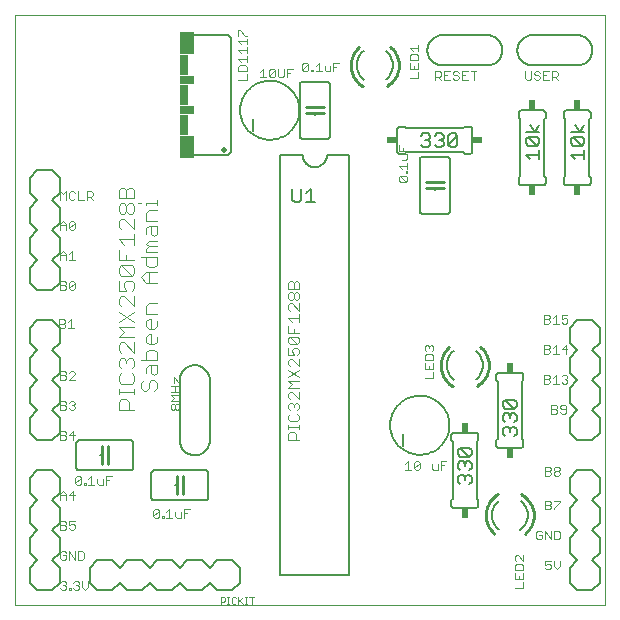
<source format=gto>
G75*
G70*
%OFA0B0*%
%FSLAX24Y24*%
%IPPOS*%
%LPD*%
%AMOC8*
5,1,8,0,0,1.08239X$1,22.5*
%
%ADD10C,0.0000*%
%ADD11C,0.0030*%
%ADD12C,0.0040*%
%ADD13C,0.0060*%
%ADD14C,0.0050*%
%ADD15R,0.0240X0.0340*%
%ADD16R,0.0340X0.0240*%
%ADD17C,0.0080*%
%ADD18C,0.0200*%
%ADD19R,0.0500X0.0750*%
%ADD20R,0.0300X0.0700*%
%ADD21R,0.0500X0.0300*%
%ADD22C,0.0100*%
%ADD23C,0.0020*%
D10*
X000181Y000181D02*
X000181Y019866D01*
X019866Y019866D01*
X019866Y000181D01*
X000181Y000181D01*
D11*
X001696Y000745D02*
X001745Y000696D01*
X001842Y000696D01*
X001890Y000745D01*
X001890Y000793D01*
X001842Y000842D01*
X001793Y000842D01*
X001842Y000842D02*
X001890Y000890D01*
X001890Y000938D01*
X001842Y000987D01*
X001745Y000987D01*
X001696Y000938D01*
X001991Y000745D02*
X002039Y000745D01*
X002039Y000696D01*
X001991Y000696D01*
X001991Y000745D01*
X002138Y000745D02*
X002187Y000696D01*
X002284Y000696D01*
X002332Y000745D01*
X002332Y000793D01*
X002284Y000842D01*
X002235Y000842D01*
X002284Y000842D02*
X002332Y000890D01*
X002332Y000938D01*
X002284Y000987D01*
X002187Y000987D01*
X002138Y000938D01*
X002433Y000987D02*
X002433Y000793D01*
X002530Y000696D01*
X002626Y000793D01*
X002626Y000987D01*
X002431Y001696D02*
X002286Y001696D01*
X002286Y001987D01*
X002431Y001987D01*
X002479Y001938D01*
X002479Y001745D01*
X002431Y001696D01*
X002185Y001696D02*
X002185Y001987D01*
X001991Y001987D02*
X001991Y001696D01*
X001890Y001745D02*
X001890Y001842D01*
X001793Y001842D01*
X001696Y001938D02*
X001696Y001745D01*
X001745Y001696D01*
X001842Y001696D01*
X001890Y001745D01*
X001890Y001938D02*
X001842Y001987D01*
X001745Y001987D01*
X001696Y001938D01*
X001991Y001987D02*
X002185Y001696D01*
X002136Y002696D02*
X002039Y002696D01*
X001991Y002745D01*
X001991Y002842D02*
X002088Y002890D01*
X002136Y002890D01*
X002185Y002842D01*
X002185Y002745D01*
X002136Y002696D01*
X001991Y002842D02*
X001991Y002987D01*
X002185Y002987D01*
X001890Y002938D02*
X001890Y002890D01*
X001842Y002842D01*
X001696Y002842D01*
X001696Y002987D02*
X001842Y002987D01*
X001890Y002938D01*
X001842Y002842D02*
X001890Y002793D01*
X001890Y002745D01*
X001842Y002696D01*
X001696Y002696D01*
X001696Y002987D01*
X001696Y003696D02*
X001696Y003890D01*
X001793Y003987D01*
X001890Y003890D01*
X001890Y003696D01*
X001890Y003842D02*
X001696Y003842D01*
X001991Y003842D02*
X002185Y003842D01*
X002136Y003987D02*
X001991Y003842D01*
X002136Y003696D02*
X002136Y003987D01*
X002245Y004196D02*
X002196Y004245D01*
X002390Y004438D01*
X002390Y004245D01*
X002342Y004196D01*
X002245Y004196D01*
X002196Y004245D02*
X002196Y004438D01*
X002245Y004487D01*
X002342Y004487D01*
X002390Y004438D01*
X002491Y004245D02*
X002539Y004245D01*
X002539Y004196D01*
X002491Y004196D01*
X002491Y004245D01*
X002638Y004196D02*
X002832Y004196D01*
X002735Y004196D02*
X002735Y004487D01*
X002638Y004390D01*
X002933Y004390D02*
X002933Y004245D01*
X002981Y004196D01*
X003126Y004196D01*
X003126Y004390D01*
X003228Y004342D02*
X003324Y004342D01*
X003228Y004487D02*
X003228Y004196D01*
X003228Y004487D02*
X003421Y004487D01*
X002136Y005696D02*
X002136Y005987D01*
X001991Y005842D01*
X002185Y005842D01*
X001890Y005890D02*
X001842Y005842D01*
X001696Y005842D01*
X001696Y005987D02*
X001842Y005987D01*
X001890Y005938D01*
X001890Y005890D01*
X001842Y005842D02*
X001890Y005793D01*
X001890Y005745D01*
X001842Y005696D01*
X001696Y005696D01*
X001696Y005987D01*
X001696Y006696D02*
X001842Y006696D01*
X001890Y006745D01*
X001890Y006793D01*
X001842Y006842D01*
X001696Y006842D01*
X001696Y006987D02*
X001842Y006987D01*
X001890Y006938D01*
X001890Y006890D01*
X001842Y006842D01*
X001991Y006938D02*
X002039Y006987D01*
X002136Y006987D01*
X002185Y006938D01*
X002185Y006890D01*
X002136Y006842D01*
X002185Y006793D01*
X002185Y006745D01*
X002136Y006696D01*
X002039Y006696D01*
X001991Y006745D01*
X002088Y006842D02*
X002136Y006842D01*
X001696Y006696D02*
X001696Y006987D01*
X001696Y007696D02*
X001842Y007696D01*
X001890Y007745D01*
X001890Y007793D01*
X001842Y007842D01*
X001696Y007842D01*
X001696Y007987D02*
X001842Y007987D01*
X001890Y007938D01*
X001890Y007890D01*
X001842Y007842D01*
X001991Y007938D02*
X002039Y007987D01*
X002136Y007987D01*
X002185Y007938D01*
X002185Y007890D01*
X001991Y007696D01*
X002185Y007696D01*
X001696Y007696D02*
X001696Y007987D01*
X001666Y009416D02*
X001812Y009416D01*
X001860Y009465D01*
X001860Y009513D01*
X001812Y009562D01*
X001666Y009562D01*
X001666Y009707D02*
X001666Y009416D01*
X001812Y009562D02*
X001860Y009610D01*
X001860Y009658D01*
X001812Y009707D01*
X001666Y009707D01*
X001961Y009610D02*
X002058Y009707D01*
X002058Y009416D01*
X001961Y009416D02*
X002155Y009416D01*
X002136Y010696D02*
X002039Y010696D01*
X001991Y010745D01*
X002185Y010938D01*
X002185Y010745D01*
X002136Y010696D01*
X001991Y010745D02*
X001991Y010938D01*
X002039Y010987D01*
X002136Y010987D01*
X002185Y010938D01*
X001890Y010938D02*
X001842Y010987D01*
X001696Y010987D01*
X001696Y010696D01*
X001842Y010696D01*
X001890Y010745D01*
X001890Y010793D01*
X001842Y010842D01*
X001696Y010842D01*
X001842Y010842D02*
X001890Y010890D01*
X001890Y010938D01*
X001890Y011696D02*
X001890Y011890D01*
X001793Y011987D01*
X001696Y011890D01*
X001696Y011696D01*
X001696Y011842D02*
X001890Y011842D01*
X001991Y011890D02*
X002088Y011987D01*
X002088Y011696D01*
X001991Y011696D02*
X002185Y011696D01*
X002136Y012696D02*
X002039Y012696D01*
X001991Y012745D01*
X002185Y012938D01*
X002185Y012745D01*
X002136Y012696D01*
X001991Y012745D02*
X001991Y012938D01*
X002039Y012987D01*
X002136Y012987D01*
X002185Y012938D01*
X001890Y012890D02*
X001890Y012696D01*
X001890Y012842D02*
X001696Y012842D01*
X001696Y012890D02*
X001793Y012987D01*
X001890Y012890D01*
X001696Y012890D02*
X001696Y012696D01*
X001696Y013696D02*
X001696Y013987D01*
X001793Y013890D01*
X001890Y013987D01*
X001890Y013696D01*
X001991Y013745D02*
X002039Y013696D01*
X002136Y013696D01*
X002185Y013745D01*
X002286Y013696D02*
X002479Y013696D01*
X002580Y013696D02*
X002580Y013987D01*
X002725Y013987D01*
X002774Y013938D01*
X002774Y013842D01*
X002725Y013793D01*
X002580Y013793D01*
X002677Y013793D02*
X002774Y013696D01*
X002286Y013696D02*
X002286Y013987D01*
X002185Y013938D02*
X002136Y013987D01*
X002039Y013987D01*
X001991Y013938D01*
X001991Y013745D01*
X007626Y017696D02*
X007916Y017696D01*
X007916Y017890D01*
X007916Y017991D02*
X007626Y017991D01*
X007626Y018136D01*
X007675Y018185D01*
X007868Y018185D01*
X007916Y018136D01*
X007916Y017991D01*
X007916Y018286D02*
X007916Y018479D01*
X007916Y018382D02*
X007626Y018382D01*
X007723Y018286D01*
X007723Y018580D02*
X007626Y018677D01*
X007916Y018677D01*
X007916Y018580D02*
X007916Y018774D01*
X007916Y018875D02*
X007916Y019068D01*
X007916Y018972D02*
X007626Y018972D01*
X007723Y018875D01*
X007626Y019170D02*
X007626Y019363D01*
X007675Y019363D01*
X007868Y019170D01*
X007916Y019170D01*
X008465Y018067D02*
X008465Y017776D01*
X008561Y017776D02*
X008368Y017776D01*
X008368Y017970D02*
X008465Y018067D01*
X008662Y018018D02*
X008662Y017825D01*
X008856Y018018D01*
X008856Y017825D01*
X008808Y017776D01*
X008711Y017776D01*
X008662Y017825D01*
X008662Y018018D02*
X008711Y018067D01*
X008808Y018067D01*
X008856Y018018D01*
X008957Y018067D02*
X008957Y017825D01*
X009005Y017776D01*
X009102Y017776D01*
X009151Y017825D01*
X009151Y018067D01*
X009252Y018067D02*
X009252Y017776D01*
X009252Y017922D02*
X009349Y017922D01*
X009445Y018067D02*
X009252Y018067D01*
X009771Y018025D02*
X009964Y018218D01*
X009964Y018025D01*
X009916Y017976D01*
X009819Y017976D01*
X009771Y018025D01*
X009771Y018218D01*
X009819Y018267D01*
X009916Y018267D01*
X009964Y018218D01*
X010065Y018025D02*
X010114Y018025D01*
X010114Y017976D01*
X010065Y017976D01*
X010065Y018025D01*
X010212Y017976D02*
X010406Y017976D01*
X010309Y017976D02*
X010309Y018267D01*
X010212Y018170D01*
X010507Y018170D02*
X010507Y018025D01*
X010555Y017976D01*
X010701Y017976D01*
X010701Y018170D01*
X010802Y018122D02*
X010899Y018122D01*
X010995Y018267D02*
X010802Y018267D01*
X010802Y017976D01*
X013346Y018062D02*
X013636Y018062D01*
X013636Y018256D01*
X013636Y018357D02*
X013636Y018502D01*
X013588Y018551D01*
X013395Y018551D01*
X013346Y018502D01*
X013346Y018357D01*
X013636Y018357D01*
X013491Y018159D02*
X013491Y018062D01*
X013346Y018062D02*
X013346Y018256D01*
X013443Y018652D02*
X013346Y018749D01*
X013636Y018749D01*
X013636Y018845D02*
X013636Y018652D01*
X014196Y017987D02*
X014342Y017987D01*
X014390Y017938D01*
X014390Y017842D01*
X014342Y017793D01*
X014196Y017793D01*
X014196Y017696D02*
X014196Y017987D01*
X014293Y017793D02*
X014390Y017696D01*
X014491Y017696D02*
X014685Y017696D01*
X014786Y017745D02*
X014834Y017696D01*
X014931Y017696D01*
X014979Y017745D01*
X014979Y017793D01*
X014931Y017842D01*
X014834Y017842D01*
X014786Y017890D01*
X014786Y017938D01*
X014834Y017987D01*
X014931Y017987D01*
X014979Y017938D01*
X015080Y017987D02*
X015080Y017696D01*
X015274Y017696D01*
X015177Y017842D02*
X015080Y017842D01*
X015080Y017987D02*
X015274Y017987D01*
X015375Y017987D02*
X015568Y017987D01*
X015472Y017987D02*
X015472Y017696D01*
X014685Y017987D02*
X014491Y017987D01*
X014491Y017696D01*
X014491Y017842D02*
X014588Y017842D01*
X013636Y017768D02*
X013636Y017961D01*
X013636Y017768D02*
X013346Y017768D01*
X012976Y015521D02*
X012976Y015328D01*
X013266Y015328D01*
X013266Y015226D02*
X013073Y015226D01*
X013121Y015328D02*
X013121Y015424D01*
X013266Y015226D02*
X013266Y015081D01*
X013218Y015033D01*
X013073Y015033D01*
X013266Y014932D02*
X013266Y014738D01*
X013266Y014835D02*
X012976Y014835D01*
X013073Y014738D01*
X013218Y014639D02*
X013266Y014639D01*
X013266Y014591D01*
X013218Y014591D01*
X013218Y014639D01*
X013218Y014490D02*
X013025Y014490D01*
X013218Y014296D01*
X013266Y014345D01*
X013266Y014442D01*
X013218Y014490D01*
X013025Y014490D02*
X012976Y014442D01*
X012976Y014345D01*
X013025Y014296D01*
X013218Y014296D01*
X009666Y010915D02*
X009666Y010730D01*
X009296Y010730D01*
X009296Y010915D01*
X009358Y010977D01*
X009420Y010977D01*
X009481Y010915D01*
X009481Y010730D01*
X009420Y010608D02*
X009481Y010547D01*
X009481Y010423D01*
X009420Y010362D01*
X009358Y010362D01*
X009296Y010423D01*
X009296Y010547D01*
X009358Y010608D01*
X009420Y010608D01*
X009481Y010547D02*
X009543Y010608D01*
X009605Y010608D01*
X009666Y010547D01*
X009666Y010423D01*
X009605Y010362D01*
X009543Y010362D01*
X009481Y010423D01*
X009420Y010240D02*
X009358Y010240D01*
X009296Y010178D01*
X009296Y010055D01*
X009358Y009993D01*
X009420Y010240D02*
X009666Y009993D01*
X009666Y010240D01*
X009666Y009872D02*
X009666Y009625D01*
X009666Y009748D02*
X009296Y009748D01*
X009420Y009625D01*
X009296Y009504D02*
X009296Y009257D01*
X009666Y009257D01*
X009605Y009135D02*
X009666Y009074D01*
X009666Y008950D01*
X009605Y008888D01*
X009358Y009135D01*
X009605Y009135D01*
X009481Y009257D02*
X009481Y009380D01*
X009358Y009135D02*
X009296Y009074D01*
X009296Y008950D01*
X009358Y008888D01*
X009605Y008888D01*
X009605Y008767D02*
X009481Y008767D01*
X009420Y008705D01*
X009420Y008644D01*
X009481Y008520D01*
X009296Y008520D01*
X009296Y008767D01*
X009358Y008399D02*
X009296Y008337D01*
X009296Y008213D01*
X009358Y008152D01*
X009296Y008030D02*
X009666Y007783D01*
X009666Y007662D02*
X009296Y007662D01*
X009420Y007539D01*
X009296Y007415D01*
X009666Y007415D01*
X009666Y007294D02*
X009666Y007047D01*
X009420Y007294D01*
X009358Y007294D01*
X009296Y007232D01*
X009296Y007109D01*
X009358Y007047D01*
X009358Y006925D02*
X009420Y006925D01*
X009481Y006864D01*
X009543Y006925D01*
X009605Y006925D01*
X009666Y006864D01*
X009666Y006740D01*
X009605Y006679D01*
X009605Y006557D02*
X009666Y006495D01*
X009666Y006372D01*
X009605Y006310D01*
X009358Y006310D01*
X009296Y006372D01*
X009296Y006495D01*
X009358Y006557D01*
X009358Y006679D02*
X009296Y006740D01*
X009296Y006864D01*
X009358Y006925D01*
X009481Y006864D02*
X009481Y006802D01*
X009296Y006188D02*
X009296Y006065D01*
X009296Y006126D02*
X009666Y006126D01*
X009666Y006065D02*
X009666Y006188D01*
X009481Y005943D02*
X009543Y005882D01*
X009543Y005696D01*
X009666Y005696D02*
X009296Y005696D01*
X009296Y005882D01*
X009358Y005943D01*
X009481Y005943D01*
X009296Y007783D02*
X009666Y008030D01*
X009666Y008152D02*
X009420Y008399D01*
X009358Y008399D01*
X009605Y008520D02*
X009666Y008582D01*
X009666Y008705D01*
X009605Y008767D01*
X009666Y008399D02*
X009666Y008152D01*
X009666Y010915D02*
X009605Y010977D01*
X009543Y010977D01*
X009481Y010915D01*
X005666Y007774D02*
X005666Y007580D01*
X005473Y007774D01*
X005473Y007580D01*
X005521Y007479D02*
X005521Y007286D01*
X005666Y007286D02*
X005376Y007286D01*
X005376Y007185D02*
X005666Y007185D01*
X005666Y006991D02*
X005376Y006991D01*
X005473Y007088D01*
X005376Y007185D01*
X005425Y006890D02*
X005376Y006842D01*
X005376Y006745D01*
X005425Y006696D01*
X005473Y006696D01*
X005521Y006745D01*
X005521Y006842D01*
X005570Y006890D01*
X005618Y006890D01*
X005666Y006842D01*
X005666Y006745D01*
X005618Y006696D01*
X005570Y006696D01*
X005521Y006745D01*
X005521Y006842D02*
X005473Y006890D01*
X005425Y006890D01*
X005376Y007479D02*
X005666Y007479D01*
X005828Y003387D02*
X006021Y003387D01*
X005924Y003242D02*
X005828Y003242D01*
X005726Y003290D02*
X005726Y003096D01*
X005581Y003096D01*
X005533Y003145D01*
X005533Y003290D01*
X005432Y003096D02*
X005238Y003096D01*
X005335Y003096D02*
X005335Y003387D01*
X005238Y003290D01*
X005139Y003145D02*
X005139Y003096D01*
X005091Y003096D01*
X005091Y003145D01*
X005139Y003145D01*
X004990Y003145D02*
X004990Y003338D01*
X004796Y003145D01*
X004845Y003096D01*
X004942Y003096D01*
X004990Y003145D01*
X004990Y003338D02*
X004942Y003387D01*
X004845Y003387D01*
X004796Y003338D01*
X004796Y003145D01*
X005828Y003096D02*
X005828Y003387D01*
X013196Y004696D02*
X013390Y004696D01*
X013293Y004696D02*
X013293Y004987D01*
X013196Y004890D01*
X013491Y004938D02*
X013491Y004745D01*
X013685Y004938D01*
X013685Y004745D01*
X013636Y004696D01*
X013539Y004696D01*
X013491Y004745D01*
X013491Y004938D02*
X013539Y004987D01*
X013636Y004987D01*
X013685Y004938D01*
X014080Y004890D02*
X014080Y004745D01*
X014129Y004696D01*
X014274Y004696D01*
X014274Y004890D01*
X014375Y004842D02*
X014472Y004842D01*
X014568Y004987D02*
X014375Y004987D01*
X014375Y004696D01*
X016895Y001845D02*
X016846Y001797D01*
X016846Y001700D01*
X016895Y001652D01*
X016895Y001551D02*
X016846Y001502D01*
X016846Y001357D01*
X017136Y001357D01*
X017136Y001502D01*
X017088Y001551D01*
X016895Y001551D01*
X017136Y001652D02*
X016943Y001845D01*
X016895Y001845D01*
X017136Y001845D02*
X017136Y001652D01*
X017136Y001256D02*
X017136Y001062D01*
X016846Y001062D01*
X016846Y001256D01*
X016991Y001159D02*
X016991Y001062D01*
X017136Y000961D02*
X017136Y000768D01*
X016846Y000768D01*
X017857Y001425D02*
X017905Y001376D01*
X018002Y001376D01*
X018051Y001425D01*
X018051Y001522D01*
X018002Y001570D01*
X017954Y001570D01*
X017857Y001522D01*
X017857Y001667D01*
X018051Y001667D01*
X018152Y001667D02*
X018152Y001473D01*
X018249Y001376D01*
X018345Y001473D01*
X018345Y001667D01*
X018297Y002376D02*
X018152Y002376D01*
X018152Y002667D01*
X018297Y002667D01*
X018345Y002618D01*
X018345Y002425D01*
X018297Y002376D01*
X018051Y002376D02*
X018051Y002667D01*
X017857Y002667D02*
X018051Y002376D01*
X017857Y002376D02*
X017857Y002667D01*
X017756Y002618D02*
X017708Y002667D01*
X017611Y002667D01*
X017562Y002618D01*
X017562Y002425D01*
X017611Y002376D01*
X017708Y002376D01*
X017756Y002425D01*
X017756Y002522D01*
X017659Y002522D01*
X017857Y003376D02*
X018002Y003376D01*
X018051Y003425D01*
X018051Y003473D01*
X018002Y003522D01*
X017857Y003522D01*
X017857Y003667D02*
X017857Y003376D01*
X018002Y003522D02*
X018051Y003570D01*
X018051Y003618D01*
X018002Y003667D01*
X017857Y003667D01*
X018152Y003667D02*
X018345Y003667D01*
X018345Y003618D01*
X018152Y003425D01*
X018152Y003376D01*
X018200Y004501D02*
X018152Y004550D01*
X018152Y004598D01*
X018200Y004647D01*
X018297Y004647D01*
X018345Y004598D01*
X018345Y004550D01*
X018297Y004501D01*
X018200Y004501D01*
X018200Y004647D02*
X018152Y004695D01*
X018152Y004743D01*
X018200Y004792D01*
X018297Y004792D01*
X018345Y004743D01*
X018345Y004695D01*
X018297Y004647D01*
X018051Y004695D02*
X018002Y004647D01*
X017857Y004647D01*
X017857Y004792D02*
X018002Y004792D01*
X018051Y004743D01*
X018051Y004695D01*
X018002Y004647D02*
X018051Y004598D01*
X018051Y004550D01*
X018002Y004501D01*
X017857Y004501D01*
X017857Y004792D01*
X018071Y006571D02*
X018217Y006571D01*
X018265Y006620D01*
X018265Y006668D01*
X018217Y006717D01*
X018071Y006717D01*
X018071Y006862D02*
X018071Y006571D01*
X018217Y006717D02*
X018265Y006765D01*
X018265Y006813D01*
X018217Y006862D01*
X018071Y006862D01*
X018366Y006813D02*
X018366Y006765D01*
X018414Y006717D01*
X018560Y006717D01*
X018560Y006813D02*
X018560Y006620D01*
X018511Y006571D01*
X018414Y006571D01*
X018366Y006620D01*
X018366Y006813D02*
X018414Y006862D01*
X018511Y006862D01*
X018560Y006813D01*
X018556Y007571D02*
X018459Y007571D01*
X018411Y007620D01*
X018310Y007571D02*
X018116Y007571D01*
X018213Y007571D02*
X018213Y007862D01*
X018116Y007765D01*
X018015Y007765D02*
X017967Y007717D01*
X017821Y007717D01*
X017821Y007862D02*
X017821Y007571D01*
X017967Y007571D01*
X018015Y007620D01*
X018015Y007668D01*
X017967Y007717D01*
X018015Y007765D02*
X018015Y007813D01*
X017967Y007862D01*
X017821Y007862D01*
X018411Y007813D02*
X018459Y007862D01*
X018556Y007862D01*
X018604Y007813D01*
X018604Y007765D01*
X018556Y007717D01*
X018604Y007668D01*
X018604Y007620D01*
X018556Y007571D01*
X018556Y007717D02*
X018507Y007717D01*
X018556Y008571D02*
X018556Y008862D01*
X018411Y008717D01*
X018604Y008717D01*
X018310Y008571D02*
X018116Y008571D01*
X018213Y008571D02*
X018213Y008862D01*
X018116Y008765D01*
X018015Y008765D02*
X017967Y008717D01*
X017821Y008717D01*
X017821Y008862D02*
X017821Y008571D01*
X017967Y008571D01*
X018015Y008620D01*
X018015Y008668D01*
X017967Y008717D01*
X018015Y008765D02*
X018015Y008813D01*
X017967Y008862D01*
X017821Y008862D01*
X017821Y009571D02*
X017967Y009571D01*
X018015Y009620D01*
X018015Y009668D01*
X017967Y009717D01*
X017821Y009717D01*
X017821Y009862D02*
X017821Y009571D01*
X017967Y009717D02*
X018015Y009765D01*
X018015Y009813D01*
X017967Y009862D01*
X017821Y009862D01*
X018116Y009765D02*
X018213Y009862D01*
X018213Y009571D01*
X018116Y009571D02*
X018310Y009571D01*
X018411Y009620D02*
X018459Y009571D01*
X018556Y009571D01*
X018604Y009620D01*
X018604Y009717D01*
X018556Y009765D01*
X018507Y009765D01*
X018411Y009717D01*
X018411Y009862D01*
X018604Y009862D01*
X014136Y008797D02*
X014136Y008700D01*
X014088Y008652D01*
X014088Y008551D02*
X013895Y008551D01*
X013846Y008502D01*
X013846Y008357D01*
X014136Y008357D01*
X014136Y008502D01*
X014088Y008551D01*
X013895Y008652D02*
X013846Y008700D01*
X013846Y008797D01*
X013895Y008845D01*
X013943Y008845D01*
X013991Y008797D01*
X014040Y008845D01*
X014088Y008845D01*
X014136Y008797D01*
X013991Y008797D02*
X013991Y008749D01*
X013846Y008256D02*
X013846Y008062D01*
X014136Y008062D01*
X014136Y008256D01*
X013991Y008159D02*
X013991Y008062D01*
X014136Y007961D02*
X014136Y007768D01*
X013846Y007768D01*
X017245Y017696D02*
X017342Y017696D01*
X017390Y017745D01*
X017390Y017987D01*
X017491Y017938D02*
X017539Y017987D01*
X017636Y017987D01*
X017685Y017938D01*
X017636Y017842D02*
X017685Y017793D01*
X017685Y017745D01*
X017636Y017696D01*
X017539Y017696D01*
X017491Y017745D01*
X017539Y017842D02*
X017636Y017842D01*
X017539Y017842D02*
X017491Y017890D01*
X017491Y017938D01*
X017196Y017987D02*
X017196Y017745D01*
X017245Y017696D01*
X017786Y017696D02*
X017979Y017696D01*
X018080Y017696D02*
X018080Y017987D01*
X018225Y017987D01*
X018274Y017938D01*
X018274Y017842D01*
X018225Y017793D01*
X018080Y017793D01*
X018177Y017793D02*
X018274Y017696D01*
X017979Y017987D02*
X017786Y017987D01*
X017786Y017696D01*
X017786Y017842D02*
X017882Y017842D01*
D12*
X004911Y013687D02*
X004911Y013514D01*
X004911Y013601D02*
X004564Y013601D01*
X004564Y013514D01*
X004651Y013345D02*
X004564Y013259D01*
X004564Y012998D01*
X004911Y012998D01*
X004911Y012830D02*
X004651Y012830D01*
X004564Y012743D01*
X004564Y012569D01*
X004738Y012569D02*
X004738Y012830D01*
X004911Y012830D02*
X004911Y012569D01*
X004825Y012483D01*
X004738Y012569D01*
X004651Y012314D02*
X004564Y012227D01*
X004651Y012141D01*
X004911Y012141D01*
X004911Y012314D02*
X004651Y012314D01*
X004651Y012141D02*
X004564Y012054D01*
X004564Y011967D01*
X004911Y011967D01*
X004911Y011798D02*
X004911Y011538D01*
X004825Y011451D01*
X004651Y011451D01*
X004564Y011538D01*
X004564Y011798D01*
X004391Y011798D02*
X004911Y011798D01*
X004911Y011283D02*
X004564Y011283D01*
X004391Y011109D01*
X004564Y010936D01*
X004911Y010936D01*
X004651Y010936D02*
X004651Y011283D01*
X004161Y011257D02*
X004075Y011170D01*
X003728Y011517D01*
X004075Y011517D01*
X004161Y011430D01*
X004161Y011257D01*
X004075Y011170D02*
X003728Y011170D01*
X003641Y011257D01*
X003641Y011430D01*
X003728Y011517D01*
X003641Y011686D02*
X003641Y012033D01*
X003814Y012201D02*
X003641Y012375D01*
X004161Y012375D01*
X004161Y012548D02*
X004161Y012201D01*
X003901Y011859D02*
X003901Y011686D01*
X004161Y011686D02*
X003641Y011686D01*
X003641Y011001D02*
X003641Y010655D01*
X003901Y010655D01*
X003814Y010828D01*
X003814Y010915D01*
X003901Y011001D01*
X004075Y011001D01*
X004161Y010915D01*
X004161Y010741D01*
X004075Y010655D01*
X004161Y010486D02*
X004161Y010139D01*
X003814Y010486D01*
X003728Y010486D01*
X003641Y010399D01*
X003641Y010226D01*
X003728Y010139D01*
X003641Y009970D02*
X004161Y009623D01*
X004161Y009455D02*
X003641Y009455D01*
X003814Y009281D01*
X003641Y009108D01*
X004161Y009108D01*
X004161Y008939D02*
X004161Y008592D01*
X003814Y008939D01*
X003728Y008939D01*
X003641Y008852D01*
X003641Y008679D01*
X003728Y008592D01*
X003728Y008423D02*
X003814Y008423D01*
X003901Y008337D01*
X003988Y008423D01*
X004075Y008423D01*
X004161Y008337D01*
X004161Y008163D01*
X004075Y008076D01*
X004075Y007908D02*
X004161Y007821D01*
X004161Y007648D01*
X004075Y007561D01*
X003728Y007561D01*
X003641Y007648D01*
X003641Y007821D01*
X003728Y007908D01*
X003728Y008076D02*
X003641Y008163D01*
X003641Y008337D01*
X003728Y008423D01*
X003901Y008337D02*
X003901Y008250D01*
X004391Y008358D02*
X004911Y008358D01*
X004911Y008618D01*
X004825Y008705D01*
X004651Y008705D01*
X004564Y008618D01*
X004564Y008358D01*
X004651Y008189D02*
X004564Y008102D01*
X004564Y007929D01*
X004738Y007929D02*
X004738Y008189D01*
X004651Y008189D02*
X004911Y008189D01*
X004911Y007929D01*
X004825Y007842D01*
X004738Y007929D01*
X004738Y007673D02*
X004825Y007673D01*
X004911Y007587D01*
X004911Y007413D01*
X004825Y007326D01*
X004651Y007413D02*
X004651Y007587D01*
X004738Y007673D01*
X004478Y007673D02*
X004391Y007587D01*
X004391Y007413D01*
X004478Y007326D01*
X004564Y007326D01*
X004651Y007413D01*
X004161Y007391D02*
X004161Y007217D01*
X004161Y007304D02*
X003641Y007304D01*
X003641Y007217D02*
X003641Y007391D01*
X003728Y007048D02*
X003901Y007048D01*
X003988Y006962D01*
X003988Y006701D01*
X004161Y006701D02*
X003641Y006701D01*
X003641Y006962D01*
X003728Y007048D01*
X004651Y008873D02*
X004564Y008960D01*
X004564Y009134D01*
X004651Y009220D01*
X004738Y009220D01*
X004738Y008873D01*
X004825Y008873D02*
X004651Y008873D01*
X004825Y008873D02*
X004911Y008960D01*
X004911Y009134D01*
X004825Y009389D02*
X004651Y009389D01*
X004564Y009476D01*
X004564Y009649D01*
X004651Y009736D01*
X004738Y009736D01*
X004738Y009389D01*
X004825Y009389D02*
X004911Y009476D01*
X004911Y009649D01*
X004911Y009905D02*
X004564Y009905D01*
X004564Y010165D01*
X004651Y010251D01*
X004911Y010251D01*
X004161Y009970D02*
X003641Y009623D01*
X003728Y012717D02*
X003641Y012804D01*
X003641Y012977D01*
X003728Y013064D01*
X003814Y013064D01*
X004161Y012717D01*
X004161Y013064D01*
X004075Y013233D02*
X003988Y013233D01*
X003901Y013319D01*
X003901Y013493D01*
X003988Y013580D01*
X004075Y013580D01*
X004161Y013493D01*
X004161Y013319D01*
X004075Y013233D01*
X003901Y013319D02*
X003814Y013233D01*
X003728Y013233D01*
X003641Y013319D01*
X003641Y013493D01*
X003728Y013580D01*
X003814Y013580D01*
X003901Y013493D01*
X003901Y013748D02*
X003901Y014009D01*
X003988Y014095D01*
X004075Y014095D01*
X004161Y014009D01*
X004161Y013748D01*
X003641Y013748D01*
X003641Y014009D01*
X003728Y014095D01*
X003814Y014095D01*
X003901Y014009D01*
X004304Y013601D02*
X004391Y013601D01*
X004651Y013345D02*
X004911Y013345D01*
D13*
X006131Y015181D02*
X007281Y015181D01*
X007381Y015281D01*
X007381Y019081D01*
X007281Y019181D01*
X006131Y019181D01*
X009681Y017531D02*
X009681Y015831D01*
X009683Y015814D01*
X009687Y015797D01*
X009694Y015781D01*
X009704Y015767D01*
X009717Y015754D01*
X009731Y015744D01*
X009747Y015737D01*
X009764Y015733D01*
X009781Y015731D01*
X010581Y015731D01*
X010598Y015733D01*
X010615Y015737D01*
X010631Y015744D01*
X010645Y015754D01*
X010658Y015767D01*
X010668Y015781D01*
X010675Y015797D01*
X010679Y015814D01*
X010681Y015831D01*
X010681Y017531D01*
X010679Y017548D01*
X010675Y017565D01*
X010668Y017581D01*
X010658Y017595D01*
X010645Y017608D01*
X010631Y017618D01*
X010615Y017625D01*
X010598Y017629D01*
X010581Y017631D01*
X009781Y017631D01*
X009764Y017629D01*
X009747Y017625D01*
X009731Y017618D01*
X009717Y017608D01*
X009704Y017595D01*
X009694Y017581D01*
X009687Y017565D01*
X009683Y017548D01*
X009681Y017531D01*
X010181Y016831D02*
X010181Y016781D01*
X010181Y016581D02*
X010181Y016531D01*
X009781Y015181D02*
X009783Y015142D01*
X009789Y015103D01*
X009798Y015065D01*
X009811Y015028D01*
X009828Y014992D01*
X009848Y014959D01*
X009872Y014927D01*
X009898Y014898D01*
X009927Y014872D01*
X009959Y014848D01*
X009992Y014828D01*
X010028Y014811D01*
X010065Y014798D01*
X010103Y014789D01*
X010142Y014783D01*
X010181Y014781D01*
X010220Y014783D01*
X010259Y014789D01*
X010297Y014798D01*
X010334Y014811D01*
X010370Y014828D01*
X010403Y014848D01*
X010435Y014872D01*
X010464Y014898D01*
X010490Y014927D01*
X010514Y014959D01*
X010534Y014992D01*
X010551Y015028D01*
X010564Y015065D01*
X010573Y015103D01*
X010579Y015142D01*
X010581Y015181D01*
X011331Y015181D01*
X011331Y001181D01*
X009031Y001181D01*
X009031Y015181D01*
X009781Y015181D01*
X012549Y017707D02*
X012584Y017737D01*
X012617Y017768D01*
X012647Y017803D01*
X012674Y017839D01*
X012698Y017877D01*
X012720Y017917D01*
X012738Y017959D01*
X012754Y018002D01*
X012766Y018046D01*
X012774Y018090D01*
X012779Y018136D01*
X012781Y018181D01*
X012779Y018226D01*
X012774Y018272D01*
X012766Y018316D01*
X012754Y018360D01*
X012738Y018403D01*
X012720Y018445D01*
X012698Y018485D01*
X012674Y018523D01*
X012647Y018559D01*
X012617Y018594D01*
X012584Y018625D01*
X012549Y018655D01*
X011581Y018181D02*
X011583Y018135D01*
X011588Y018089D01*
X011597Y018043D01*
X011609Y017998D01*
X011625Y017955D01*
X011644Y017913D01*
X011667Y017872D01*
X011692Y017833D01*
X011720Y017797D01*
X011751Y017762D01*
X011785Y017730D01*
X011821Y017701D01*
X011581Y018181D02*
X011583Y018228D01*
X011589Y018276D01*
X011598Y018322D01*
X011611Y018368D01*
X011627Y018412D01*
X011647Y018456D01*
X011671Y018497D01*
X011697Y018536D01*
X011727Y018573D01*
X011760Y018608D01*
X011795Y018640D01*
X011832Y018669D01*
X013031Y016131D02*
X013181Y016131D01*
X013231Y016081D01*
X015131Y016081D01*
X015181Y016131D01*
X015331Y016131D01*
X015348Y016129D01*
X015365Y016125D01*
X015381Y016118D01*
X015395Y016108D01*
X015408Y016095D01*
X015418Y016081D01*
X015425Y016065D01*
X015429Y016048D01*
X015431Y016031D01*
X015431Y015331D01*
X015429Y015314D01*
X015425Y015297D01*
X015418Y015281D01*
X015408Y015267D01*
X015395Y015254D01*
X015381Y015244D01*
X015365Y015237D01*
X015348Y015233D01*
X015331Y015231D01*
X015181Y015231D01*
X015131Y015281D01*
X013231Y015281D01*
X013181Y015231D01*
X013031Y015231D01*
X013014Y015233D01*
X012997Y015237D01*
X012981Y015244D01*
X012967Y015254D01*
X012954Y015267D01*
X012944Y015281D01*
X012937Y015297D01*
X012933Y015314D01*
X012931Y015331D01*
X012931Y016031D01*
X012933Y016048D01*
X012937Y016065D01*
X012944Y016081D01*
X012954Y016095D01*
X012967Y016108D01*
X012981Y016118D01*
X012997Y016125D01*
X013014Y016129D01*
X013031Y016131D01*
X013781Y015131D02*
X014581Y015131D01*
X014598Y015129D01*
X014615Y015125D01*
X014631Y015118D01*
X014645Y015108D01*
X014658Y015095D01*
X014668Y015081D01*
X014675Y015065D01*
X014679Y015048D01*
X014681Y015031D01*
X014681Y013331D01*
X014679Y013314D01*
X014675Y013297D01*
X014668Y013281D01*
X014658Y013267D01*
X014645Y013254D01*
X014631Y013244D01*
X014615Y013237D01*
X014598Y013233D01*
X014581Y013231D01*
X013781Y013231D01*
X013764Y013233D01*
X013747Y013237D01*
X013731Y013244D01*
X013717Y013254D01*
X013704Y013267D01*
X013694Y013281D01*
X013687Y013297D01*
X013683Y013314D01*
X013681Y013331D01*
X013681Y015031D01*
X013683Y015048D01*
X013687Y015065D01*
X013694Y015081D01*
X013704Y015095D01*
X013717Y015108D01*
X013731Y015118D01*
X013747Y015125D01*
X013764Y015129D01*
X013781Y015131D01*
X014181Y014331D02*
X014181Y014281D01*
X014181Y014081D02*
X014181Y014031D01*
X016981Y014281D02*
X016981Y014431D01*
X017031Y014481D01*
X017031Y016381D01*
X016981Y016431D01*
X016981Y016581D01*
X016983Y016598D01*
X016987Y016615D01*
X016994Y016631D01*
X017004Y016645D01*
X017017Y016658D01*
X017031Y016668D01*
X017047Y016675D01*
X017064Y016679D01*
X017081Y016681D01*
X017781Y016681D01*
X017798Y016679D01*
X017815Y016675D01*
X017831Y016668D01*
X017845Y016658D01*
X017858Y016645D01*
X017868Y016631D01*
X017875Y016615D01*
X017879Y016598D01*
X017881Y016581D01*
X017881Y016431D01*
X017831Y016381D01*
X017831Y014481D01*
X017881Y014431D01*
X017881Y014281D01*
X017879Y014264D01*
X017875Y014247D01*
X017868Y014231D01*
X017858Y014217D01*
X017845Y014204D01*
X017831Y014194D01*
X017815Y014187D01*
X017798Y014183D01*
X017781Y014181D01*
X017081Y014181D01*
X017064Y014183D01*
X017047Y014187D01*
X017031Y014194D01*
X017017Y014204D01*
X017004Y014217D01*
X016994Y014231D01*
X016987Y014247D01*
X016983Y014264D01*
X016981Y014281D01*
X018481Y014281D02*
X018481Y014431D01*
X018531Y014481D01*
X018531Y016381D01*
X018481Y016431D01*
X018481Y016581D01*
X018483Y016598D01*
X018487Y016615D01*
X018494Y016631D01*
X018504Y016645D01*
X018517Y016658D01*
X018531Y016668D01*
X018547Y016675D01*
X018564Y016679D01*
X018581Y016681D01*
X019281Y016681D01*
X019298Y016679D01*
X019315Y016675D01*
X019331Y016668D01*
X019345Y016658D01*
X019358Y016645D01*
X019368Y016631D01*
X019375Y016615D01*
X019379Y016598D01*
X019381Y016581D01*
X019381Y016431D01*
X019331Y016381D01*
X019331Y014481D01*
X019381Y014431D01*
X019381Y014281D01*
X019379Y014264D01*
X019375Y014247D01*
X019368Y014231D01*
X019358Y014217D01*
X019345Y014204D01*
X019331Y014194D01*
X019315Y014187D01*
X019298Y014183D01*
X019281Y014181D01*
X018581Y014181D01*
X018564Y014183D01*
X018547Y014187D01*
X018531Y014194D01*
X018517Y014204D01*
X018504Y014217D01*
X018494Y014231D01*
X018487Y014247D01*
X018483Y014264D01*
X018481Y014281D01*
X015781Y008181D02*
X015779Y008136D01*
X015774Y008090D01*
X015766Y008046D01*
X015754Y008002D01*
X015738Y007959D01*
X015720Y007917D01*
X015698Y007877D01*
X015674Y007839D01*
X015647Y007803D01*
X015617Y007768D01*
X015584Y007737D01*
X015549Y007707D01*
X015781Y008181D02*
X015779Y008226D01*
X015774Y008272D01*
X015766Y008316D01*
X015754Y008360D01*
X015738Y008403D01*
X015720Y008445D01*
X015698Y008485D01*
X015674Y008523D01*
X015647Y008559D01*
X015617Y008594D01*
X015584Y008625D01*
X015549Y008655D01*
X014581Y008181D02*
X014583Y008135D01*
X014588Y008089D01*
X014597Y008043D01*
X014609Y007998D01*
X014625Y007955D01*
X014644Y007913D01*
X014667Y007872D01*
X014692Y007833D01*
X014720Y007797D01*
X014751Y007762D01*
X014785Y007730D01*
X014821Y007701D01*
X014581Y008181D02*
X014583Y008228D01*
X014589Y008276D01*
X014598Y008322D01*
X014611Y008368D01*
X014627Y008412D01*
X014647Y008456D01*
X014671Y008497D01*
X014697Y008536D01*
X014727Y008573D01*
X014760Y008608D01*
X014795Y008640D01*
X014832Y008669D01*
X016231Y007831D02*
X016231Y007681D01*
X016281Y007631D01*
X016281Y005731D01*
X016231Y005681D01*
X016231Y005531D01*
X016233Y005514D01*
X016237Y005497D01*
X016244Y005481D01*
X016254Y005467D01*
X016267Y005454D01*
X016281Y005444D01*
X016297Y005437D01*
X016314Y005433D01*
X016331Y005431D01*
X017031Y005431D01*
X017048Y005433D01*
X017065Y005437D01*
X017081Y005444D01*
X017095Y005454D01*
X017108Y005467D01*
X017118Y005481D01*
X017125Y005497D01*
X017129Y005514D01*
X017131Y005531D01*
X017131Y005681D01*
X017081Y005731D01*
X017081Y007631D01*
X017131Y007681D01*
X017131Y007831D01*
X017129Y007848D01*
X017125Y007865D01*
X017118Y007881D01*
X017108Y007895D01*
X017095Y007908D01*
X017081Y007918D01*
X017065Y007925D01*
X017048Y007929D01*
X017031Y007931D01*
X016331Y007931D01*
X016314Y007929D01*
X016297Y007925D01*
X016281Y007918D01*
X016267Y007908D01*
X016254Y007895D01*
X016244Y007881D01*
X016237Y007865D01*
X016233Y007848D01*
X016231Y007831D01*
X015531Y005931D02*
X014831Y005931D01*
X014814Y005929D01*
X014797Y005925D01*
X014781Y005918D01*
X014767Y005908D01*
X014754Y005895D01*
X014744Y005881D01*
X014737Y005865D01*
X014733Y005848D01*
X014731Y005831D01*
X014731Y005681D01*
X014781Y005631D01*
X014781Y003731D01*
X014731Y003681D01*
X014731Y003531D01*
X014733Y003514D01*
X014737Y003497D01*
X014744Y003481D01*
X014754Y003467D01*
X014767Y003454D01*
X014781Y003444D01*
X014797Y003437D01*
X014814Y003433D01*
X014831Y003431D01*
X015531Y003431D01*
X015548Y003433D01*
X015565Y003437D01*
X015581Y003444D01*
X015595Y003454D01*
X015608Y003467D01*
X015618Y003481D01*
X015625Y003497D01*
X015629Y003514D01*
X015631Y003531D01*
X015631Y003681D01*
X015581Y003731D01*
X015581Y005631D01*
X015631Y005681D01*
X015631Y005831D01*
X015629Y005848D01*
X015625Y005865D01*
X015618Y005881D01*
X015608Y005895D01*
X015595Y005908D01*
X015581Y005918D01*
X015565Y005925D01*
X015548Y005929D01*
X015531Y005931D01*
X016313Y003655D02*
X016278Y003625D01*
X016245Y003594D01*
X016215Y003559D01*
X016188Y003523D01*
X016164Y003485D01*
X016142Y003445D01*
X016124Y003403D01*
X016108Y003360D01*
X016096Y003316D01*
X016088Y003272D01*
X016083Y003226D01*
X016081Y003181D01*
X016083Y003136D01*
X016088Y003090D01*
X016096Y003046D01*
X016108Y003002D01*
X016124Y002959D01*
X016142Y002917D01*
X016164Y002877D01*
X016188Y002839D01*
X016215Y002803D01*
X016245Y002768D01*
X016278Y002737D01*
X016313Y002707D01*
X017281Y003181D02*
X017279Y003227D01*
X017274Y003273D01*
X017265Y003319D01*
X017253Y003364D01*
X017237Y003407D01*
X017218Y003449D01*
X017195Y003490D01*
X017170Y003529D01*
X017142Y003565D01*
X017111Y003600D01*
X017077Y003632D01*
X017041Y003661D01*
X017281Y003181D02*
X017279Y003134D01*
X017273Y003086D01*
X017264Y003040D01*
X017251Y002994D01*
X017235Y002950D01*
X017215Y002906D01*
X017191Y002865D01*
X017165Y002826D01*
X017135Y002789D01*
X017102Y002754D01*
X017067Y002722D01*
X017030Y002693D01*
X006631Y003781D02*
X006631Y004581D01*
X006629Y004598D01*
X006625Y004615D01*
X006618Y004631D01*
X006608Y004645D01*
X006595Y004658D01*
X006581Y004668D01*
X006565Y004675D01*
X006548Y004679D01*
X006531Y004681D01*
X004831Y004681D01*
X004814Y004679D01*
X004797Y004675D01*
X004781Y004668D01*
X004767Y004658D01*
X004754Y004645D01*
X004744Y004631D01*
X004737Y004615D01*
X004733Y004598D01*
X004731Y004581D01*
X004731Y003781D01*
X004733Y003764D01*
X004737Y003747D01*
X004744Y003731D01*
X004754Y003717D01*
X004767Y003704D01*
X004781Y003694D01*
X004797Y003687D01*
X004814Y003683D01*
X004831Y003681D01*
X006531Y003681D01*
X006548Y003683D01*
X006565Y003687D01*
X006581Y003694D01*
X006595Y003704D01*
X006608Y003717D01*
X006618Y003731D01*
X006625Y003747D01*
X006629Y003764D01*
X006631Y003781D01*
X005831Y004181D02*
X005781Y004181D01*
X005581Y004181D02*
X005531Y004181D01*
X004131Y004781D02*
X004131Y005581D01*
X004129Y005598D01*
X004125Y005615D01*
X004118Y005631D01*
X004108Y005645D01*
X004095Y005658D01*
X004081Y005668D01*
X004065Y005675D01*
X004048Y005679D01*
X004031Y005681D01*
X002331Y005681D01*
X002314Y005679D01*
X002297Y005675D01*
X002281Y005668D01*
X002267Y005658D01*
X002254Y005645D01*
X002244Y005631D01*
X002237Y005615D01*
X002233Y005598D01*
X002231Y005581D01*
X002231Y004781D01*
X002233Y004764D01*
X002237Y004747D01*
X002244Y004731D01*
X002254Y004717D01*
X002267Y004704D01*
X002281Y004694D01*
X002297Y004687D01*
X002314Y004683D01*
X002331Y004681D01*
X004031Y004681D01*
X004048Y004683D01*
X004065Y004687D01*
X004081Y004694D01*
X004095Y004704D01*
X004108Y004717D01*
X004118Y004731D01*
X004125Y004747D01*
X004129Y004764D01*
X004131Y004781D01*
X003331Y005181D02*
X003281Y005181D01*
X003081Y005181D02*
X003031Y005181D01*
D14*
X005681Y005681D02*
X005681Y007681D01*
X005683Y007725D01*
X005689Y007768D01*
X005698Y007810D01*
X005711Y007852D01*
X005728Y007892D01*
X005748Y007931D01*
X005771Y007968D01*
X005798Y008002D01*
X005827Y008035D01*
X005860Y008064D01*
X005894Y008091D01*
X005931Y008114D01*
X005970Y008134D01*
X006010Y008151D01*
X006052Y008164D01*
X006094Y008173D01*
X006137Y008179D01*
X006181Y008181D01*
X006225Y008179D01*
X006268Y008173D01*
X006310Y008164D01*
X006352Y008151D01*
X006392Y008134D01*
X006431Y008114D01*
X006468Y008091D01*
X006502Y008064D01*
X006535Y008035D01*
X006564Y008002D01*
X006591Y007968D01*
X006614Y007931D01*
X006634Y007892D01*
X006651Y007852D01*
X006664Y007810D01*
X006673Y007768D01*
X006679Y007725D01*
X006681Y007681D01*
X006681Y005681D01*
X006679Y005637D01*
X006673Y005594D01*
X006664Y005552D01*
X006651Y005510D01*
X006634Y005470D01*
X006614Y005431D01*
X006591Y005394D01*
X006564Y005360D01*
X006535Y005327D01*
X006502Y005298D01*
X006468Y005271D01*
X006431Y005248D01*
X006392Y005228D01*
X006352Y005211D01*
X006310Y005198D01*
X006268Y005189D01*
X006225Y005183D01*
X006181Y005181D01*
X006137Y005183D01*
X006094Y005189D01*
X006052Y005198D01*
X006010Y005211D01*
X005970Y005228D01*
X005931Y005248D01*
X005894Y005271D01*
X005860Y005298D01*
X005827Y005327D01*
X005798Y005360D01*
X005771Y005394D01*
X005748Y005431D01*
X005728Y005470D01*
X005711Y005510D01*
X005698Y005552D01*
X005689Y005594D01*
X005683Y005637D01*
X005681Y005681D01*
X009511Y013606D02*
X009661Y013606D01*
X009736Y013681D01*
X009736Y014057D01*
X009896Y013907D02*
X010046Y014057D01*
X010046Y013606D01*
X009896Y013606D02*
X010196Y013606D01*
X009511Y013606D02*
X009436Y013681D01*
X009436Y014057D01*
X013715Y015531D02*
X013790Y015456D01*
X013940Y015456D01*
X014016Y015531D01*
X014016Y015607D01*
X013940Y015682D01*
X013865Y015682D01*
X013940Y015682D02*
X014016Y015757D01*
X014016Y015832D01*
X013940Y015907D01*
X013790Y015907D01*
X013715Y015832D01*
X014176Y015832D02*
X014251Y015907D01*
X014401Y015907D01*
X014476Y015832D01*
X014476Y015757D01*
X014401Y015682D01*
X014476Y015607D01*
X014476Y015531D01*
X014401Y015456D01*
X014251Y015456D01*
X014176Y015531D01*
X014326Y015682D02*
X014401Y015682D01*
X014636Y015832D02*
X014636Y015531D01*
X014936Y015832D01*
X014936Y015531D01*
X014861Y015456D01*
X014711Y015456D01*
X014636Y015531D01*
X014636Y015832D02*
X014711Y015907D01*
X014861Y015907D01*
X014936Y015832D01*
X017206Y015728D02*
X017206Y015577D01*
X017281Y015502D01*
X017581Y015502D01*
X017281Y015803D01*
X017581Y015803D01*
X017656Y015728D01*
X017656Y015577D01*
X017581Y015502D01*
X017656Y015342D02*
X017656Y015042D01*
X017656Y015192D02*
X017206Y015192D01*
X017356Y015042D01*
X017206Y015728D02*
X017281Y015803D01*
X017206Y015963D02*
X017656Y015963D01*
X017506Y015963D02*
X017356Y016188D01*
X017506Y015963D02*
X017656Y016188D01*
X018706Y015963D02*
X019156Y015963D01*
X019006Y015963D02*
X018856Y016188D01*
X019006Y015963D02*
X019156Y016188D01*
X019081Y015803D02*
X018781Y015803D01*
X019081Y015502D01*
X019156Y015577D01*
X019156Y015728D01*
X019081Y015803D01*
X018781Y015803D02*
X018706Y015728D01*
X018706Y015577D01*
X018781Y015502D01*
X019081Y015502D01*
X019156Y015342D02*
X019156Y015042D01*
X019156Y015192D02*
X018706Y015192D01*
X018856Y015042D01*
X018931Y018181D02*
X017431Y018181D01*
X017387Y018183D01*
X017344Y018189D01*
X017302Y018198D01*
X017260Y018211D01*
X017220Y018228D01*
X017181Y018248D01*
X017144Y018271D01*
X017110Y018298D01*
X017077Y018327D01*
X017048Y018360D01*
X017021Y018394D01*
X016998Y018431D01*
X016978Y018470D01*
X016961Y018510D01*
X016948Y018552D01*
X016939Y018594D01*
X016933Y018637D01*
X016931Y018681D01*
X016933Y018725D01*
X016939Y018768D01*
X016948Y018810D01*
X016961Y018852D01*
X016978Y018892D01*
X016998Y018931D01*
X017021Y018968D01*
X017048Y019002D01*
X017077Y019035D01*
X017110Y019064D01*
X017144Y019091D01*
X017181Y019114D01*
X017220Y019134D01*
X017260Y019151D01*
X017302Y019164D01*
X017344Y019173D01*
X017387Y019179D01*
X017431Y019181D01*
X018931Y019181D01*
X018975Y019179D01*
X019018Y019173D01*
X019060Y019164D01*
X019102Y019151D01*
X019142Y019134D01*
X019181Y019114D01*
X019218Y019091D01*
X019252Y019064D01*
X019285Y019035D01*
X019314Y019002D01*
X019341Y018968D01*
X019364Y018931D01*
X019384Y018892D01*
X019401Y018852D01*
X019414Y018810D01*
X019423Y018768D01*
X019429Y018725D01*
X019431Y018681D01*
X019429Y018637D01*
X019423Y018594D01*
X019414Y018552D01*
X019401Y018510D01*
X019384Y018470D01*
X019364Y018431D01*
X019341Y018394D01*
X019314Y018360D01*
X019285Y018327D01*
X019252Y018298D01*
X019218Y018271D01*
X019181Y018248D01*
X019142Y018228D01*
X019102Y018211D01*
X019060Y018198D01*
X019018Y018189D01*
X018975Y018183D01*
X018931Y018181D01*
X015931Y018181D02*
X014431Y018181D01*
X014387Y018183D01*
X014344Y018189D01*
X014302Y018198D01*
X014260Y018211D01*
X014220Y018228D01*
X014181Y018248D01*
X014144Y018271D01*
X014110Y018298D01*
X014077Y018327D01*
X014048Y018360D01*
X014021Y018394D01*
X013998Y018431D01*
X013978Y018470D01*
X013961Y018510D01*
X013948Y018552D01*
X013939Y018594D01*
X013933Y018637D01*
X013931Y018681D01*
X013933Y018725D01*
X013939Y018768D01*
X013948Y018810D01*
X013961Y018852D01*
X013978Y018892D01*
X013998Y018931D01*
X014021Y018968D01*
X014048Y019002D01*
X014077Y019035D01*
X014110Y019064D01*
X014144Y019091D01*
X014181Y019114D01*
X014220Y019134D01*
X014260Y019151D01*
X014302Y019164D01*
X014344Y019173D01*
X014387Y019179D01*
X014431Y019181D01*
X015931Y019181D01*
X015975Y019179D01*
X016018Y019173D01*
X016060Y019164D01*
X016102Y019151D01*
X016142Y019134D01*
X016181Y019114D01*
X016218Y019091D01*
X016252Y019064D01*
X016285Y019035D01*
X016314Y019002D01*
X016341Y018968D01*
X016364Y018931D01*
X016384Y018892D01*
X016401Y018852D01*
X016414Y018810D01*
X016423Y018768D01*
X016429Y018725D01*
X016431Y018681D01*
X016429Y018637D01*
X016423Y018594D01*
X016414Y018552D01*
X016401Y018510D01*
X016384Y018470D01*
X016364Y018431D01*
X016341Y018394D01*
X016314Y018360D01*
X016285Y018327D01*
X016252Y018298D01*
X016218Y018271D01*
X016181Y018248D01*
X016142Y018228D01*
X016102Y018211D01*
X016060Y018198D01*
X016018Y018189D01*
X015975Y018183D01*
X015931Y018181D01*
X016531Y007037D02*
X016831Y006737D01*
X016906Y006812D01*
X016906Y006962D01*
X016831Y007037D01*
X016531Y007037D01*
X016456Y006962D01*
X016456Y006812D01*
X016531Y006737D01*
X016831Y006737D01*
X016831Y006577D02*
X016756Y006577D01*
X016681Y006502D01*
X016681Y006427D01*
X016681Y006502D02*
X016606Y006577D01*
X016531Y006577D01*
X016456Y006502D01*
X016456Y006352D01*
X016531Y006277D01*
X016531Y006117D02*
X016606Y006117D01*
X016681Y006042D01*
X016756Y006117D01*
X016831Y006117D01*
X016906Y006042D01*
X016906Y005891D01*
X016831Y005816D01*
X016681Y005967D02*
X016681Y006042D01*
X016531Y006117D02*
X016456Y006042D01*
X016456Y005891D01*
X016531Y005816D01*
X016831Y006277D02*
X016906Y006352D01*
X016906Y006502D01*
X016831Y006577D01*
X015406Y005361D02*
X015406Y005211D01*
X015331Y005136D01*
X015031Y005436D01*
X015331Y005436D01*
X015406Y005361D01*
X015331Y005136D02*
X015031Y005136D01*
X014956Y005211D01*
X014956Y005361D01*
X015031Y005436D01*
X015031Y004976D02*
X014956Y004901D01*
X014956Y004751D01*
X015031Y004676D01*
X015031Y004516D02*
X014956Y004440D01*
X014956Y004290D01*
X015031Y004215D01*
X015181Y004365D02*
X015181Y004440D01*
X015256Y004516D01*
X015331Y004516D01*
X015406Y004440D01*
X015406Y004290D01*
X015331Y004215D01*
X015181Y004440D02*
X015106Y004516D01*
X015031Y004516D01*
X015331Y004676D02*
X015406Y004751D01*
X015406Y004901D01*
X015331Y004976D01*
X015256Y004976D01*
X015181Y004901D01*
X015181Y004826D01*
X015181Y004901D02*
X015106Y004976D01*
X015031Y004976D01*
D15*
X015181Y006101D03*
X016681Y005261D03*
X015181Y003261D03*
X016681Y008101D03*
X017431Y014011D03*
X018931Y014011D03*
X018931Y016851D03*
X017431Y016851D03*
D16*
X015601Y015681D03*
X012761Y015681D03*
D17*
X007697Y016681D02*
X007699Y016743D01*
X007705Y016806D01*
X007715Y016867D01*
X007729Y016928D01*
X007746Y016988D01*
X007767Y017047D01*
X007793Y017104D01*
X007821Y017159D01*
X007853Y017213D01*
X007889Y017264D01*
X007927Y017314D01*
X007969Y017360D01*
X008013Y017404D01*
X008061Y017445D01*
X008110Y017483D01*
X008162Y017517D01*
X008216Y017548D01*
X008272Y017576D01*
X008330Y017600D01*
X008389Y017621D01*
X008449Y017637D01*
X008510Y017650D01*
X008572Y017659D01*
X008634Y017664D01*
X008697Y017665D01*
X008759Y017662D01*
X008821Y017655D01*
X008883Y017644D01*
X008943Y017629D01*
X009003Y017611D01*
X009061Y017589D01*
X009118Y017563D01*
X009173Y017533D01*
X009226Y017500D01*
X009277Y017464D01*
X009325Y017425D01*
X009371Y017382D01*
X009414Y017337D01*
X009454Y017289D01*
X009491Y017239D01*
X009525Y017186D01*
X009556Y017132D01*
X009582Y017076D01*
X009606Y017018D01*
X009625Y016958D01*
X009641Y016898D01*
X009653Y016836D01*
X009661Y016775D01*
X009665Y016712D01*
X009665Y016650D01*
X009661Y016587D01*
X009653Y016526D01*
X009641Y016464D01*
X009625Y016404D01*
X009606Y016344D01*
X009582Y016286D01*
X009556Y016230D01*
X009525Y016176D01*
X009491Y016123D01*
X009454Y016073D01*
X009414Y016025D01*
X009371Y015980D01*
X009325Y015937D01*
X009277Y015898D01*
X009226Y015862D01*
X009173Y015829D01*
X009118Y015799D01*
X009061Y015773D01*
X009003Y015751D01*
X008943Y015733D01*
X008883Y015718D01*
X008821Y015707D01*
X008759Y015700D01*
X008697Y015697D01*
X008634Y015698D01*
X008572Y015703D01*
X008510Y015712D01*
X008449Y015725D01*
X008389Y015741D01*
X008330Y015762D01*
X008272Y015786D01*
X008216Y015814D01*
X008162Y015845D01*
X008110Y015879D01*
X008061Y015917D01*
X008013Y015958D01*
X007969Y016002D01*
X007927Y016048D01*
X007889Y016098D01*
X007853Y016149D01*
X007821Y016203D01*
X007793Y016258D01*
X007767Y016315D01*
X007746Y016374D01*
X007729Y016434D01*
X007715Y016495D01*
X007705Y016556D01*
X007699Y016619D01*
X007697Y016681D01*
X008131Y016381D02*
X008131Y015981D01*
X001681Y014431D02*
X001681Y013931D01*
X001431Y013681D01*
X001681Y013431D01*
X001681Y012931D01*
X001431Y012681D01*
X001681Y012431D01*
X001681Y011931D01*
X001431Y011681D01*
X001681Y011431D01*
X001681Y010931D01*
X001431Y010681D01*
X000931Y010681D01*
X000681Y010931D01*
X000681Y011431D01*
X000931Y011681D01*
X000681Y011931D01*
X000681Y012431D01*
X000931Y012681D01*
X000681Y012931D01*
X000681Y013431D01*
X000931Y013681D01*
X000681Y013931D01*
X000681Y014431D01*
X000931Y014681D01*
X001431Y014681D01*
X001681Y014431D01*
X001431Y009681D02*
X000931Y009681D01*
X000681Y009431D01*
X000681Y008931D01*
X000931Y008681D01*
X000681Y008431D01*
X000681Y007931D01*
X000931Y007681D01*
X000681Y007431D01*
X000681Y006931D01*
X000931Y006681D01*
X000681Y006431D01*
X000681Y005931D01*
X000931Y005681D01*
X001431Y005681D01*
X001681Y005931D01*
X001681Y006431D01*
X001431Y006681D01*
X001681Y006931D01*
X001681Y007431D01*
X001431Y007681D01*
X001681Y007931D01*
X001681Y008431D01*
X001431Y008681D01*
X001681Y008931D01*
X001681Y009431D01*
X001431Y009681D01*
X001431Y004681D02*
X000931Y004681D01*
X000681Y004431D01*
X000681Y003931D01*
X000931Y003681D01*
X000681Y003431D01*
X000681Y002931D01*
X000931Y002681D01*
X000681Y002431D01*
X000681Y001931D01*
X000931Y001681D01*
X000681Y001431D01*
X000681Y000931D01*
X000931Y000681D01*
X001431Y000681D01*
X001681Y000931D01*
X001681Y001431D01*
X001431Y001681D01*
X001681Y001931D01*
X001681Y002431D01*
X001431Y002681D01*
X001681Y002931D01*
X001681Y003431D01*
X001431Y003681D01*
X001681Y003931D01*
X001681Y004431D01*
X001431Y004681D01*
X002931Y001681D02*
X003431Y001681D01*
X003681Y001431D01*
X003931Y001681D01*
X004431Y001681D01*
X004681Y001431D01*
X004931Y001681D01*
X005431Y001681D01*
X005681Y001431D01*
X005931Y001681D01*
X006431Y001681D01*
X006681Y001431D01*
X006931Y001681D01*
X007431Y001681D01*
X007681Y001431D01*
X007681Y000931D01*
X007431Y000681D01*
X006931Y000681D01*
X006681Y000931D01*
X006431Y000681D01*
X005931Y000681D01*
X005681Y000931D01*
X005431Y000681D01*
X004931Y000681D01*
X004681Y000931D01*
X004431Y000681D01*
X003931Y000681D01*
X003681Y000931D01*
X003431Y000681D01*
X002931Y000681D01*
X002681Y000931D01*
X002681Y001431D01*
X002931Y001681D01*
X013131Y005481D02*
X013131Y005881D01*
X012697Y006181D02*
X012699Y006243D01*
X012705Y006306D01*
X012715Y006367D01*
X012729Y006428D01*
X012746Y006488D01*
X012767Y006547D01*
X012793Y006604D01*
X012821Y006659D01*
X012853Y006713D01*
X012889Y006764D01*
X012927Y006814D01*
X012969Y006860D01*
X013013Y006904D01*
X013061Y006945D01*
X013110Y006983D01*
X013162Y007017D01*
X013216Y007048D01*
X013272Y007076D01*
X013330Y007100D01*
X013389Y007121D01*
X013449Y007137D01*
X013510Y007150D01*
X013572Y007159D01*
X013634Y007164D01*
X013697Y007165D01*
X013759Y007162D01*
X013821Y007155D01*
X013883Y007144D01*
X013943Y007129D01*
X014003Y007111D01*
X014061Y007089D01*
X014118Y007063D01*
X014173Y007033D01*
X014226Y007000D01*
X014277Y006964D01*
X014325Y006925D01*
X014371Y006882D01*
X014414Y006837D01*
X014454Y006789D01*
X014491Y006739D01*
X014525Y006686D01*
X014556Y006632D01*
X014582Y006576D01*
X014606Y006518D01*
X014625Y006458D01*
X014641Y006398D01*
X014653Y006336D01*
X014661Y006275D01*
X014665Y006212D01*
X014665Y006150D01*
X014661Y006087D01*
X014653Y006026D01*
X014641Y005964D01*
X014625Y005904D01*
X014606Y005844D01*
X014582Y005786D01*
X014556Y005730D01*
X014525Y005676D01*
X014491Y005623D01*
X014454Y005573D01*
X014414Y005525D01*
X014371Y005480D01*
X014325Y005437D01*
X014277Y005398D01*
X014226Y005362D01*
X014173Y005329D01*
X014118Y005299D01*
X014061Y005273D01*
X014003Y005251D01*
X013943Y005233D01*
X013883Y005218D01*
X013821Y005207D01*
X013759Y005200D01*
X013697Y005197D01*
X013634Y005198D01*
X013572Y005203D01*
X013510Y005212D01*
X013449Y005225D01*
X013389Y005241D01*
X013330Y005262D01*
X013272Y005286D01*
X013216Y005314D01*
X013162Y005345D01*
X013110Y005379D01*
X013061Y005417D01*
X013013Y005458D01*
X012969Y005502D01*
X012927Y005548D01*
X012889Y005598D01*
X012853Y005649D01*
X012821Y005703D01*
X012793Y005758D01*
X012767Y005815D01*
X012746Y005874D01*
X012729Y005934D01*
X012715Y005995D01*
X012705Y006056D01*
X012699Y006119D01*
X012697Y006181D01*
X018681Y005931D02*
X018681Y006431D01*
X018931Y006681D01*
X018681Y006931D01*
X018681Y007431D01*
X018931Y007681D01*
X018681Y007931D01*
X018681Y008431D01*
X018931Y008681D01*
X018681Y008931D01*
X018681Y009431D01*
X018931Y009681D01*
X019431Y009681D01*
X019681Y009431D01*
X019681Y008931D01*
X019431Y008681D01*
X019681Y008431D01*
X019681Y007931D01*
X019431Y007681D01*
X019681Y007431D01*
X019681Y006931D01*
X019431Y006681D01*
X019681Y006431D01*
X019681Y005931D01*
X019431Y005681D01*
X018931Y005681D01*
X018681Y005931D01*
X018931Y004681D02*
X018681Y004431D01*
X018681Y003931D01*
X018931Y003681D01*
X018681Y003431D01*
X018681Y002931D01*
X018931Y002681D01*
X018681Y002431D01*
X018681Y001931D01*
X018931Y001681D01*
X018681Y001431D01*
X018681Y000931D01*
X018931Y000681D01*
X019431Y000681D01*
X019681Y000931D01*
X019681Y001431D01*
X019431Y001681D01*
X019681Y001931D01*
X019681Y002431D01*
X019431Y002681D01*
X019681Y002931D01*
X019681Y003431D01*
X019431Y003681D01*
X019681Y003931D01*
X019681Y004431D01*
X019431Y004681D01*
X018931Y004681D01*
D18*
X007141Y015361D03*
D19*
X005931Y015456D03*
X005931Y018906D03*
D20*
X005831Y018181D03*
X005831Y017181D03*
X005831Y016181D03*
D21*
X005931Y016681D03*
X005931Y017681D03*
D22*
X009881Y016781D02*
X010181Y016781D01*
X010481Y016781D01*
X010481Y016581D02*
X010181Y016581D01*
X009881Y016581D01*
X012578Y017486D02*
X012626Y017516D01*
X012671Y017549D01*
X012714Y017585D01*
X012755Y017623D01*
X012792Y017665D01*
X012827Y017709D01*
X012858Y017755D01*
X012887Y017804D01*
X012911Y017854D01*
X012932Y017906D01*
X012950Y017960D01*
X012963Y018014D01*
X012973Y018069D01*
X012979Y018125D01*
X012981Y018181D01*
X012979Y018234D01*
X012974Y018288D01*
X012965Y018340D01*
X012953Y018392D01*
X012937Y018443D01*
X012918Y018493D01*
X012895Y018542D01*
X012869Y018589D01*
X012841Y018634D01*
X012809Y018677D01*
X012775Y018717D01*
X012737Y018756D01*
X012698Y018792D01*
X011381Y018181D02*
X011383Y018127D01*
X011388Y018073D01*
X011397Y018020D01*
X011410Y017967D01*
X011426Y017916D01*
X011446Y017866D01*
X011469Y017817D01*
X011495Y017769D01*
X011524Y017724D01*
X011557Y017681D01*
X011592Y017640D01*
X011630Y017601D01*
X011670Y017565D01*
X011713Y017532D01*
X011758Y017502D01*
X011805Y017475D01*
X011381Y018181D02*
X011383Y018235D01*
X011388Y018288D01*
X011397Y018342D01*
X011410Y018394D01*
X011426Y018445D01*
X011446Y018496D01*
X011468Y018545D01*
X011494Y018592D01*
X011524Y018637D01*
X011556Y018680D01*
X011591Y018721D01*
X011629Y018760D01*
X011669Y018796D01*
X013881Y014281D02*
X014181Y014281D01*
X014481Y014281D01*
X014481Y014081D02*
X014181Y014081D01*
X013881Y014081D01*
X014381Y008181D02*
X014383Y008127D01*
X014388Y008073D01*
X014397Y008020D01*
X014410Y007967D01*
X014426Y007916D01*
X014446Y007866D01*
X014469Y007817D01*
X014495Y007769D01*
X014524Y007724D01*
X014557Y007681D01*
X014592Y007640D01*
X014630Y007601D01*
X014670Y007565D01*
X014713Y007532D01*
X014758Y007502D01*
X014805Y007475D01*
X015578Y007486D02*
X015626Y007516D01*
X015671Y007549D01*
X015714Y007585D01*
X015755Y007623D01*
X015792Y007665D01*
X015827Y007709D01*
X015858Y007755D01*
X015887Y007804D01*
X015911Y007854D01*
X015932Y007906D01*
X015950Y007960D01*
X015963Y008014D01*
X015973Y008069D01*
X015979Y008125D01*
X015981Y008181D01*
X015979Y008234D01*
X015974Y008288D01*
X015965Y008340D01*
X015953Y008392D01*
X015937Y008443D01*
X015918Y008493D01*
X015895Y008542D01*
X015869Y008589D01*
X015841Y008634D01*
X015809Y008677D01*
X015775Y008717D01*
X015737Y008756D01*
X015698Y008792D01*
X014669Y008796D02*
X014629Y008760D01*
X014591Y008721D01*
X014556Y008680D01*
X014524Y008637D01*
X014494Y008592D01*
X014468Y008545D01*
X014446Y008496D01*
X014426Y008445D01*
X014410Y008394D01*
X014397Y008342D01*
X014388Y008288D01*
X014383Y008235D01*
X014381Y008181D01*
X016284Y003876D02*
X016236Y003846D01*
X016191Y003813D01*
X016148Y003777D01*
X016107Y003739D01*
X016070Y003697D01*
X016035Y003653D01*
X016004Y003607D01*
X015975Y003558D01*
X015951Y003508D01*
X015930Y003456D01*
X015912Y003402D01*
X015899Y003348D01*
X015889Y003293D01*
X015883Y003237D01*
X015881Y003181D01*
X015883Y003128D01*
X015888Y003074D01*
X015897Y003022D01*
X015909Y002970D01*
X015925Y002919D01*
X015944Y002869D01*
X015967Y002820D01*
X015993Y002773D01*
X016021Y002728D01*
X016053Y002685D01*
X016087Y002645D01*
X016125Y002606D01*
X016164Y002570D01*
X017481Y003181D02*
X017479Y003235D01*
X017474Y003289D01*
X017465Y003342D01*
X017452Y003395D01*
X017436Y003446D01*
X017416Y003496D01*
X017393Y003545D01*
X017367Y003593D01*
X017338Y003638D01*
X017305Y003681D01*
X017270Y003722D01*
X017232Y003761D01*
X017192Y003797D01*
X017149Y003830D01*
X017104Y003860D01*
X017057Y003887D01*
X017481Y003181D02*
X017479Y003127D01*
X017474Y003074D01*
X017465Y003020D01*
X017452Y002968D01*
X017436Y002917D01*
X017416Y002866D01*
X017394Y002817D01*
X017368Y002770D01*
X017338Y002725D01*
X017306Y002682D01*
X017271Y002641D01*
X017233Y002602D01*
X017193Y002566D01*
X005781Y003881D02*
X005781Y004181D01*
X005781Y004481D01*
X005581Y004481D02*
X005581Y004181D01*
X005581Y003881D01*
X003281Y004881D02*
X003281Y005181D01*
X003281Y005481D01*
X003081Y005481D02*
X003081Y005181D01*
X003081Y004881D01*
D23*
X007043Y000452D02*
X007153Y000452D01*
X007190Y000415D01*
X007190Y000341D01*
X007153Y000305D01*
X007043Y000305D01*
X007043Y000231D02*
X007043Y000452D01*
X007264Y000452D02*
X007337Y000452D01*
X007301Y000452D02*
X007301Y000231D01*
X007337Y000231D02*
X007264Y000231D01*
X007411Y000268D02*
X007411Y000415D01*
X007448Y000452D01*
X007521Y000452D01*
X007558Y000415D01*
X007632Y000452D02*
X007632Y000231D01*
X007632Y000305D02*
X007779Y000452D01*
X007853Y000452D02*
X007926Y000452D01*
X007890Y000452D02*
X007890Y000231D01*
X007926Y000231D02*
X007853Y000231D01*
X007779Y000231D02*
X007669Y000341D01*
X007558Y000268D02*
X007521Y000231D01*
X007448Y000231D01*
X007411Y000268D01*
X008000Y000452D02*
X008147Y000452D01*
X008074Y000452D02*
X008074Y000231D01*
M02*

</source>
